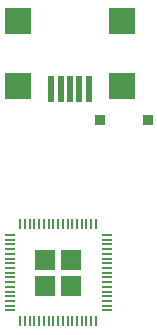
<source format=gtp>
G04 #@! TF.GenerationSoftware,KiCad,Pcbnew,(6.0.0-rc1-dev-1386-g1c99784e9)*
G04 #@! TF.CreationDate,2018-12-20T11:02:25-05:00
G04 #@! TF.ProjectId,TLAUX_Adapter_PSOC5,544c4155-585f-4416-9461-707465725f50,rev?*
G04 #@! TF.SameCoordinates,Original*
G04 #@! TF.FileFunction,Paste,Top*
G04 #@! TF.FilePolarity,Positive*
%FSLAX46Y46*%
G04 Gerber Fmt 4.6, Leading zero omitted, Abs format (unit mm)*
G04 Created by KiCad (PCBNEW (6.0.0-rc1-dev-1386-g1c99784e9)) date 12/20/2018 11:02:25 AM*
%MOMM*%
%LPD*%
G04 APERTURE LIST*
%ADD10R,1.800000X1.800000*%
%ADD11O,0.200000X1.000000*%
%ADD12O,1.000000X0.200000*%
%ADD13R,0.900000X0.950000*%
%ADD14R,2.197100X2.197100*%
%ADD15R,0.497840X2.197100*%
G04 APERTURE END LIST*
D10*
X150919000Y-100881000D03*
X153119000Y-100881000D03*
X153119000Y-103081000D03*
X150919000Y-103081000D03*
D11*
X155219000Y-106081000D03*
X154819000Y-106081000D03*
X154419000Y-106081000D03*
X154019000Y-106081000D03*
X153619000Y-106081000D03*
X153219000Y-106081000D03*
X152819000Y-106081000D03*
X152419000Y-106081000D03*
X152019000Y-106081000D03*
X151619000Y-106081000D03*
X151219000Y-106081000D03*
X150819000Y-106081000D03*
X150419000Y-106081000D03*
X150019000Y-106081000D03*
X149619000Y-106081000D03*
X149219000Y-106081000D03*
X148819000Y-106081000D03*
D12*
X147919000Y-105181000D03*
X147919000Y-104781000D03*
X147919000Y-104381000D03*
X147919000Y-103981000D03*
X147919000Y-103581000D03*
X147919000Y-103181000D03*
X147919000Y-102781000D03*
X147919000Y-102381000D03*
X147919000Y-101981000D03*
X147919000Y-101581000D03*
X147919000Y-101181000D03*
X147919000Y-100781000D03*
X147919000Y-100381000D03*
X147919000Y-99981000D03*
X147919000Y-99581000D03*
X147919000Y-99181000D03*
X147919000Y-98781000D03*
D11*
X148819000Y-97881000D03*
X149219000Y-97881000D03*
X149619000Y-97881000D03*
X150019000Y-97881000D03*
X150419000Y-97881000D03*
X150819000Y-97881000D03*
X151219000Y-97881000D03*
X151619000Y-97881000D03*
X152019000Y-97881000D03*
X152419000Y-97881000D03*
X152819000Y-97881000D03*
X153219000Y-97881000D03*
X153619000Y-97881000D03*
X154019000Y-97881000D03*
X154419000Y-97881000D03*
X154819000Y-97881000D03*
X155219000Y-97881000D03*
D12*
X156119000Y-98781000D03*
X156119000Y-99181000D03*
X156119000Y-99581000D03*
X156119000Y-99981000D03*
X156119000Y-100381000D03*
X156119000Y-100781000D03*
X156119000Y-101181000D03*
X156119000Y-101581000D03*
X156119000Y-101981000D03*
X156119000Y-102381000D03*
X156119000Y-102781000D03*
X156119000Y-103181000D03*
X156119000Y-103581000D03*
X156119000Y-103981000D03*
X156119000Y-104381000D03*
X156119000Y-104781000D03*
X156119000Y-105181000D03*
D13*
X159632000Y-89027000D03*
X155582000Y-89027000D03*
D14*
X148605240Y-86169500D03*
D15*
X154632660Y-86448900D03*
X153832560Y-86448900D03*
X153035000Y-86448900D03*
X152237440Y-86448900D03*
X151437340Y-86448900D03*
D14*
X157464760Y-86169500D03*
X157464760Y-80670400D03*
X148605240Y-80670400D03*
M02*

</source>
